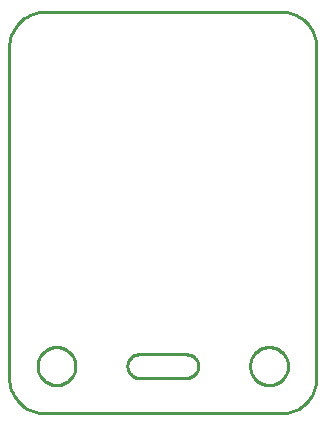
<source format=gbr>
G04 EAGLE Gerber X2 export*
%TF.Part,Single*%
%TF.FileFunction,Profile,NP*%
%TF.FilePolarity,Positive*%
%TF.GenerationSoftware,Autodesk,EAGLE,9.0.1*%
%TF.CreationDate,2018-10-12T14:53:16Z*%
G75*
%MOMM*%
%FSLAX34Y34*%
%LPD*%
%AMOC8*
5,1,8,0,0,1.08239X$1,22.5*%
G01*
%ADD10C,0.254000*%


D10*
X-130000Y-140000D02*
X-129886Y-142615D01*
X-129544Y-145209D01*
X-128978Y-147765D01*
X-128191Y-150261D01*
X-127189Y-152679D01*
X-125981Y-155000D01*
X-124575Y-157207D01*
X-122981Y-159284D01*
X-121213Y-161213D01*
X-119284Y-162981D01*
X-117207Y-164575D01*
X-115000Y-165981D01*
X-112679Y-167189D01*
X-110261Y-168191D01*
X-107765Y-168978D01*
X-105209Y-169544D01*
X-102615Y-169886D01*
X-100000Y-170000D01*
X100000Y-170000D01*
X102615Y-169886D01*
X105209Y-169544D01*
X107765Y-168978D01*
X110261Y-168191D01*
X112679Y-167189D01*
X115000Y-165981D01*
X117207Y-164575D01*
X119284Y-162981D01*
X121213Y-161213D01*
X122981Y-159284D01*
X124575Y-157207D01*
X125981Y-155000D01*
X127189Y-152679D01*
X128191Y-150261D01*
X128978Y-147765D01*
X129544Y-145209D01*
X129886Y-142615D01*
X130000Y-140000D01*
X130000Y140000D01*
X129886Y142615D01*
X129544Y145209D01*
X128978Y147765D01*
X128191Y150261D01*
X127189Y152679D01*
X125981Y155000D01*
X124575Y157207D01*
X122981Y159284D01*
X121213Y161213D01*
X119284Y162981D01*
X117207Y164575D01*
X115000Y165981D01*
X112679Y167189D01*
X110261Y168191D01*
X107765Y168978D01*
X105209Y169544D01*
X102615Y169886D01*
X100000Y170000D01*
X-100000Y170000D01*
X-102615Y169886D01*
X-105209Y169544D01*
X-107765Y168978D01*
X-110261Y168191D01*
X-112679Y167189D01*
X-115000Y165981D01*
X-117207Y164575D01*
X-119284Y162981D01*
X-121213Y161213D01*
X-122981Y159284D01*
X-124575Y157207D01*
X-125981Y155000D01*
X-127189Y152679D01*
X-128191Y150261D01*
X-128978Y147765D01*
X-129544Y145209D01*
X-129886Y142615D01*
X-130000Y140000D01*
X-130000Y-140000D01*
X-30000Y-130000D02*
X-29962Y-130872D01*
X-29848Y-131736D01*
X-29659Y-132588D01*
X-29397Y-133420D01*
X-29063Y-134226D01*
X-28660Y-135000D01*
X-28192Y-135736D01*
X-27660Y-136428D01*
X-27071Y-137071D01*
X-26428Y-137660D01*
X-25736Y-138192D01*
X-25000Y-138660D01*
X-24226Y-139063D01*
X-23420Y-139397D01*
X-22588Y-139659D01*
X-21736Y-139848D01*
X-20872Y-139962D01*
X-20000Y-140000D01*
X20000Y-140000D01*
X20872Y-139962D01*
X21736Y-139848D01*
X22588Y-139659D01*
X23420Y-139397D01*
X24226Y-139063D01*
X25000Y-138660D01*
X25736Y-138192D01*
X26428Y-137660D01*
X27071Y-137071D01*
X27660Y-136428D01*
X28192Y-135736D01*
X28660Y-135000D01*
X29063Y-134226D01*
X29397Y-133420D01*
X29659Y-132588D01*
X29848Y-131736D01*
X29962Y-130872D01*
X30000Y-130000D01*
X29962Y-129128D01*
X29848Y-128264D01*
X29659Y-127412D01*
X29397Y-126580D01*
X29063Y-125774D01*
X28660Y-125000D01*
X28192Y-124264D01*
X27660Y-123572D01*
X27071Y-122929D01*
X26428Y-122340D01*
X25736Y-121808D01*
X25000Y-121340D01*
X24226Y-120937D01*
X23420Y-120603D01*
X22588Y-120341D01*
X21736Y-120152D01*
X20872Y-120038D01*
X20000Y-120000D01*
X-20000Y-120000D01*
X-20872Y-120038D01*
X-21736Y-120152D01*
X-22588Y-120341D01*
X-23420Y-120603D01*
X-24226Y-120937D01*
X-25000Y-121340D01*
X-25736Y-121808D01*
X-26428Y-122340D01*
X-27071Y-122929D01*
X-27660Y-123572D01*
X-28192Y-124264D01*
X-28660Y-125000D01*
X-29063Y-125774D01*
X-29397Y-126580D01*
X-29659Y-127412D01*
X-29848Y-128264D01*
X-29962Y-129128D01*
X-30000Y-130000D01*
X106000Y-130524D02*
X105932Y-131569D01*
X105795Y-132608D01*
X105590Y-133635D01*
X105319Y-134647D01*
X104983Y-135639D01*
X104582Y-136607D01*
X104118Y-137546D01*
X103595Y-138454D01*
X103013Y-139325D01*
X102375Y-140156D01*
X101684Y-140943D01*
X100943Y-141684D01*
X100156Y-142375D01*
X99325Y-143013D01*
X98454Y-143595D01*
X97546Y-144118D01*
X96607Y-144582D01*
X95639Y-144983D01*
X94647Y-145319D01*
X93635Y-145590D01*
X92608Y-145795D01*
X91569Y-145932D01*
X90524Y-146000D01*
X89476Y-146000D01*
X88431Y-145932D01*
X87392Y-145795D01*
X86365Y-145590D01*
X85353Y-145319D01*
X84361Y-144983D01*
X83393Y-144582D01*
X82454Y-144118D01*
X81546Y-143595D01*
X80675Y-143013D01*
X79844Y-142375D01*
X79057Y-141684D01*
X78316Y-140943D01*
X77625Y-140156D01*
X76988Y-139325D01*
X76406Y-138454D01*
X75882Y-137546D01*
X75418Y-136607D01*
X75017Y-135639D01*
X74681Y-134647D01*
X74410Y-133635D01*
X74205Y-132608D01*
X74069Y-131569D01*
X74000Y-130524D01*
X74000Y-129476D01*
X74069Y-128431D01*
X74205Y-127392D01*
X74410Y-126365D01*
X74681Y-125353D01*
X75017Y-124361D01*
X75418Y-123393D01*
X75882Y-122454D01*
X76406Y-121546D01*
X76988Y-120675D01*
X77625Y-119844D01*
X78316Y-119057D01*
X79057Y-118316D01*
X79844Y-117625D01*
X80675Y-116988D01*
X81546Y-116406D01*
X82454Y-115882D01*
X83393Y-115418D01*
X84361Y-115017D01*
X85353Y-114681D01*
X86365Y-114410D01*
X87392Y-114205D01*
X88431Y-114069D01*
X89476Y-114000D01*
X90524Y-114000D01*
X91569Y-114069D01*
X92608Y-114205D01*
X93635Y-114410D01*
X94647Y-114681D01*
X95639Y-115017D01*
X96607Y-115418D01*
X97546Y-115882D01*
X98454Y-116406D01*
X99325Y-116988D01*
X100156Y-117625D01*
X100943Y-118316D01*
X101684Y-119057D01*
X102375Y-119844D01*
X103013Y-120675D01*
X103595Y-121546D01*
X104118Y-122454D01*
X104582Y-123393D01*
X104983Y-124361D01*
X105319Y-125353D01*
X105590Y-126365D01*
X105795Y-127392D01*
X105932Y-128431D01*
X106000Y-129476D01*
X106000Y-130524D01*
X-74000Y-130524D02*
X-74069Y-131569D01*
X-74205Y-132608D01*
X-74410Y-133635D01*
X-74681Y-134647D01*
X-75017Y-135639D01*
X-75418Y-136607D01*
X-75882Y-137546D01*
X-76406Y-138454D01*
X-76988Y-139325D01*
X-77625Y-140156D01*
X-78316Y-140943D01*
X-79057Y-141684D01*
X-79844Y-142375D01*
X-80675Y-143013D01*
X-81546Y-143595D01*
X-82454Y-144118D01*
X-83393Y-144582D01*
X-84361Y-144983D01*
X-85353Y-145319D01*
X-86365Y-145590D01*
X-87392Y-145795D01*
X-88431Y-145932D01*
X-89476Y-146000D01*
X-90524Y-146000D01*
X-91569Y-145932D01*
X-92608Y-145795D01*
X-93635Y-145590D01*
X-94647Y-145319D01*
X-95639Y-144983D01*
X-96607Y-144582D01*
X-97546Y-144118D01*
X-98454Y-143595D01*
X-99325Y-143013D01*
X-100156Y-142375D01*
X-100943Y-141684D01*
X-101684Y-140943D01*
X-102375Y-140156D01*
X-103013Y-139325D01*
X-103595Y-138454D01*
X-104118Y-137546D01*
X-104582Y-136607D01*
X-104983Y-135639D01*
X-105319Y-134647D01*
X-105590Y-133635D01*
X-105795Y-132608D01*
X-105932Y-131569D01*
X-106000Y-130524D01*
X-106000Y-129476D01*
X-105932Y-128431D01*
X-105795Y-127392D01*
X-105590Y-126365D01*
X-105319Y-125353D01*
X-104983Y-124361D01*
X-104582Y-123393D01*
X-104118Y-122454D01*
X-103595Y-121546D01*
X-103013Y-120675D01*
X-102375Y-119844D01*
X-101684Y-119057D01*
X-100943Y-118316D01*
X-100156Y-117625D01*
X-99325Y-116988D01*
X-98454Y-116406D01*
X-97546Y-115882D01*
X-96607Y-115418D01*
X-95639Y-115017D01*
X-94647Y-114681D01*
X-93635Y-114410D01*
X-92608Y-114205D01*
X-91569Y-114069D01*
X-90524Y-114000D01*
X-89476Y-114000D01*
X-88431Y-114069D01*
X-87392Y-114205D01*
X-86365Y-114410D01*
X-85353Y-114681D01*
X-84361Y-115017D01*
X-83393Y-115418D01*
X-82454Y-115882D01*
X-81546Y-116406D01*
X-80675Y-116988D01*
X-79844Y-117625D01*
X-79057Y-118316D01*
X-78316Y-119057D01*
X-77625Y-119844D01*
X-76988Y-120675D01*
X-76406Y-121546D01*
X-75882Y-122454D01*
X-75418Y-123393D01*
X-75017Y-124361D01*
X-74681Y-125353D01*
X-74410Y-126365D01*
X-74205Y-127392D01*
X-74069Y-128431D01*
X-74000Y-129476D01*
X-74000Y-130524D01*
X106000Y-130524D02*
X105932Y-131569D01*
X105795Y-132608D01*
X105590Y-133635D01*
X105319Y-134647D01*
X104983Y-135639D01*
X104582Y-136607D01*
X104118Y-137546D01*
X103595Y-138454D01*
X103013Y-139325D01*
X102375Y-140156D01*
X101684Y-140943D01*
X100943Y-141684D01*
X100156Y-142375D01*
X99325Y-143013D01*
X98454Y-143595D01*
X97546Y-144118D01*
X96607Y-144582D01*
X95639Y-144983D01*
X94647Y-145319D01*
X93635Y-145590D01*
X92608Y-145795D01*
X91569Y-145932D01*
X90524Y-146000D01*
X89476Y-146000D01*
X88431Y-145932D01*
X87392Y-145795D01*
X86365Y-145590D01*
X85353Y-145319D01*
X84361Y-144983D01*
X83393Y-144582D01*
X82454Y-144118D01*
X81546Y-143595D01*
X80675Y-143013D01*
X79844Y-142375D01*
X79057Y-141684D01*
X78316Y-140943D01*
X77625Y-140156D01*
X76988Y-139325D01*
X76406Y-138454D01*
X75882Y-137546D01*
X75418Y-136607D01*
X75017Y-135639D01*
X74681Y-134647D01*
X74410Y-133635D01*
X74205Y-132608D01*
X74069Y-131569D01*
X74000Y-130524D01*
X74000Y-129476D01*
X74069Y-128431D01*
X74205Y-127392D01*
X74410Y-126365D01*
X74681Y-125353D01*
X75017Y-124361D01*
X75418Y-123393D01*
X75882Y-122454D01*
X76406Y-121546D01*
X76988Y-120675D01*
X77625Y-119844D01*
X78316Y-119057D01*
X79057Y-118316D01*
X79844Y-117625D01*
X80675Y-116988D01*
X81546Y-116406D01*
X82454Y-115882D01*
X83393Y-115418D01*
X84361Y-115017D01*
X85353Y-114681D01*
X86365Y-114410D01*
X87392Y-114205D01*
X88431Y-114069D01*
X89476Y-114000D01*
X90524Y-114000D01*
X91569Y-114069D01*
X92608Y-114205D01*
X93635Y-114410D01*
X94647Y-114681D01*
X95639Y-115017D01*
X96607Y-115418D01*
X97546Y-115882D01*
X98454Y-116406D01*
X99325Y-116988D01*
X100156Y-117625D01*
X100943Y-118316D01*
X101684Y-119057D01*
X102375Y-119844D01*
X103013Y-120675D01*
X103595Y-121546D01*
X104118Y-122454D01*
X104582Y-123393D01*
X104983Y-124361D01*
X105319Y-125353D01*
X105590Y-126365D01*
X105795Y-127392D01*
X105932Y-128431D01*
X106000Y-129476D01*
X106000Y-130524D01*
X-74000Y-130524D02*
X-74069Y-131569D01*
X-74205Y-132608D01*
X-74410Y-133635D01*
X-74681Y-134647D01*
X-75017Y-135639D01*
X-75418Y-136607D01*
X-75882Y-137546D01*
X-76406Y-138454D01*
X-76988Y-139325D01*
X-77625Y-140156D01*
X-78316Y-140943D01*
X-79057Y-141684D01*
X-79844Y-142375D01*
X-80675Y-143013D01*
X-81546Y-143595D01*
X-82454Y-144118D01*
X-83393Y-144582D01*
X-84361Y-144983D01*
X-85353Y-145319D01*
X-86365Y-145590D01*
X-87392Y-145795D01*
X-88431Y-145932D01*
X-89476Y-146000D01*
X-90524Y-146000D01*
X-91569Y-145932D01*
X-92608Y-145795D01*
X-93635Y-145590D01*
X-94647Y-145319D01*
X-95639Y-144983D01*
X-96607Y-144582D01*
X-97546Y-144118D01*
X-98454Y-143595D01*
X-99325Y-143013D01*
X-100156Y-142375D01*
X-100943Y-141684D01*
X-101684Y-140943D01*
X-102375Y-140156D01*
X-103013Y-139325D01*
X-103595Y-138454D01*
X-104118Y-137546D01*
X-104582Y-136607D01*
X-104983Y-135639D01*
X-105319Y-134647D01*
X-105590Y-133635D01*
X-105795Y-132608D01*
X-105932Y-131569D01*
X-106000Y-130524D01*
X-106000Y-129476D01*
X-105932Y-128431D01*
X-105795Y-127392D01*
X-105590Y-126365D01*
X-105319Y-125353D01*
X-104983Y-124361D01*
X-104582Y-123393D01*
X-104118Y-122454D01*
X-103595Y-121546D01*
X-103013Y-120675D01*
X-102375Y-119844D01*
X-101684Y-119057D01*
X-100943Y-118316D01*
X-100156Y-117625D01*
X-99325Y-116988D01*
X-98454Y-116406D01*
X-97546Y-115882D01*
X-96607Y-115418D01*
X-95639Y-115017D01*
X-94647Y-114681D01*
X-93635Y-114410D01*
X-92608Y-114205D01*
X-91569Y-114069D01*
X-90524Y-114000D01*
X-89476Y-114000D01*
X-88431Y-114069D01*
X-87392Y-114205D01*
X-86365Y-114410D01*
X-85353Y-114681D01*
X-84361Y-115017D01*
X-83393Y-115418D01*
X-82454Y-115882D01*
X-81546Y-116406D01*
X-80675Y-116988D01*
X-79844Y-117625D01*
X-79057Y-118316D01*
X-78316Y-119057D01*
X-77625Y-119844D01*
X-76988Y-120675D01*
X-76406Y-121546D01*
X-75882Y-122454D01*
X-75418Y-123393D01*
X-75017Y-124361D01*
X-74681Y-125353D01*
X-74410Y-126365D01*
X-74205Y-127392D01*
X-74069Y-128431D01*
X-74000Y-129476D01*
X-74000Y-130524D01*
M02*

</source>
